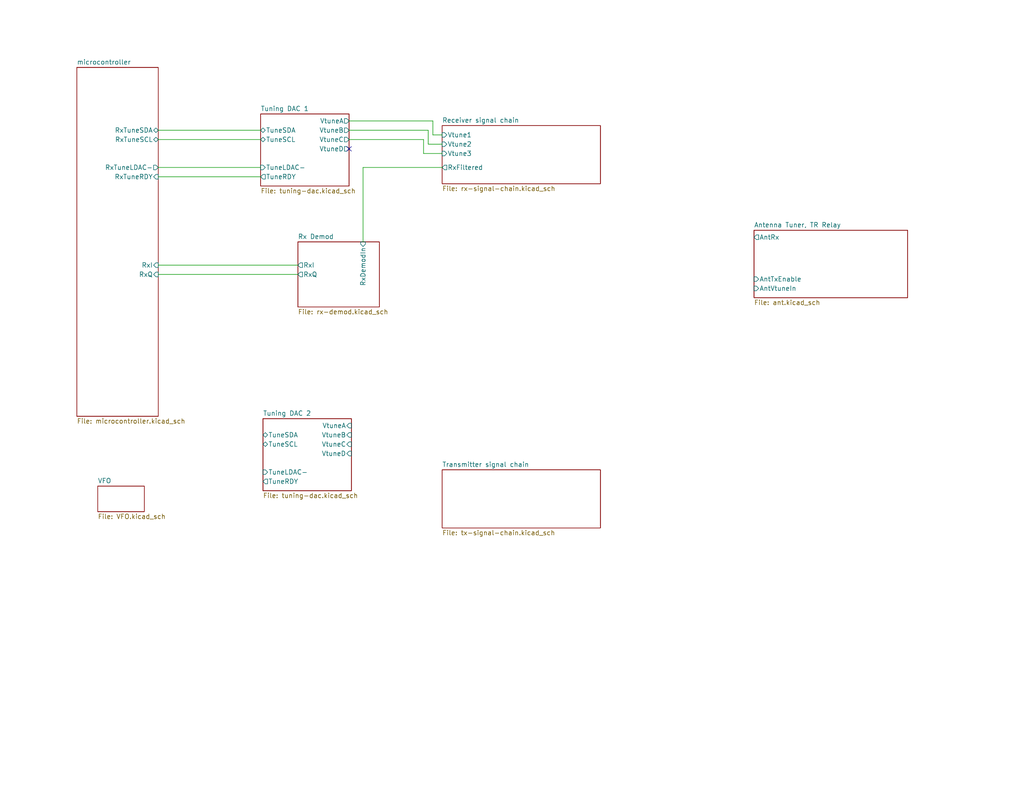
<source format=kicad_sch>
(kicad_sch
	(version 20250114)
	(generator "eeschema")
	(generator_version "9.0")
	(uuid "8ae46c04-d01a-4756-8774-512b694bfaff")
	(paper "A")
	(title_block
		(title "USB SSB Transciever overview")
		(date "2025-03-23")
		(company "SoftShack")
		(comment 1 "Alan Mimms")
		(comment 2 "WB7NAB")
	)
	(lib_symbols)
	(no_connect
		(at 95.25 40.64)
		(uuid "a942de92-22be-44ef-a628-06cd1e900422")
	)
	(wire
		(pts
			(xy 43.18 45.72) (xy 71.12 45.72)
		)
		(stroke
			(width 0)
			(type default)
		)
		(uuid "0b4c3978-b69b-4c1b-b8f2-056bb8ee12b8")
	)
	(wire
		(pts
			(xy 99.06 66.04) (xy 99.06 45.72)
		)
		(stroke
			(width 0)
			(type default)
		)
		(uuid "159a8083-2a83-4b60-9f6b-9db00f7da717")
	)
	(wire
		(pts
			(xy 115.57 41.91) (xy 120.65 41.91)
		)
		(stroke
			(width 0)
			(type default)
		)
		(uuid "1afdef3e-9a7b-4142-bfce-651789c8a5b6")
	)
	(wire
		(pts
			(xy 43.18 48.26) (xy 71.12 48.26)
		)
		(stroke
			(width 0)
			(type default)
		)
		(uuid "39a428b9-f74a-43ad-8659-739a1e6112b3")
	)
	(wire
		(pts
			(xy 43.18 72.39) (xy 81.28 72.39)
		)
		(stroke
			(width 0)
			(type default)
		)
		(uuid "4a066c58-ff89-4c97-9426-65a63ea97bfb")
	)
	(wire
		(pts
			(xy 95.25 35.56) (xy 116.84 35.56)
		)
		(stroke
			(width 0)
			(type default)
		)
		(uuid "53c6ef29-1795-4e74-b830-9f4a59e307f7")
	)
	(wire
		(pts
			(xy 116.84 35.56) (xy 116.84 39.37)
		)
		(stroke
			(width 0)
			(type default)
		)
		(uuid "718c34ba-7fa6-4d84-9c26-609234260d08")
	)
	(wire
		(pts
			(xy 118.11 36.83) (xy 120.65 36.83)
		)
		(stroke
			(width 0)
			(type default)
		)
		(uuid "75a84597-26bf-444b-b5a2-42be5cb6c7b9")
	)
	(wire
		(pts
			(xy 43.18 38.1) (xy 71.12 38.1)
		)
		(stroke
			(width 0)
			(type default)
		)
		(uuid "8a206fba-e0e8-47cf-98f1-4f1abfe4971e")
	)
	(wire
		(pts
			(xy 43.18 74.93) (xy 81.28 74.93)
		)
		(stroke
			(width 0)
			(type default)
		)
		(uuid "8fb34423-a65f-42fc-861e-ea674ac74f02")
	)
	(wire
		(pts
			(xy 99.06 45.72) (xy 120.65 45.72)
		)
		(stroke
			(width 0)
			(type default)
		)
		(uuid "a8275450-2865-4877-89a7-188d87caa791")
	)
	(wire
		(pts
			(xy 95.25 38.1) (xy 115.57 38.1)
		)
		(stroke
			(width 0)
			(type default)
		)
		(uuid "aa812ce3-b5c0-4885-bf60-ea786f04086c")
	)
	(wire
		(pts
			(xy 95.25 33.02) (xy 118.11 33.02)
		)
		(stroke
			(width 0)
			(type default)
		)
		(uuid "ae89751b-a7da-47d6-86e9-eb457730b07e")
	)
	(wire
		(pts
			(xy 115.57 38.1) (xy 115.57 41.91)
		)
		(stroke
			(width 0)
			(type default)
		)
		(uuid "e700d014-1b6d-41ae-9689-96e49b7af968")
	)
	(wire
		(pts
			(xy 118.11 33.02) (xy 118.11 36.83)
		)
		(stroke
			(width 0)
			(type default)
		)
		(uuid "f2428ce0-8ea5-435d-bcea-6b981ee79676")
	)
	(wire
		(pts
			(xy 116.84 39.37) (xy 120.65 39.37)
		)
		(stroke
			(width 0)
			(type default)
		)
		(uuid "f2b17ddb-4fd0-4da8-bd11-7e32eea3b194")
	)
	(wire
		(pts
			(xy 43.18 35.56) (xy 71.12 35.56)
		)
		(stroke
			(width 0)
			(type default)
		)
		(uuid "f383b2eb-2720-4aff-9c48-ef88f00c4f80")
	)
	(sheet
		(at 120.65 34.29)
		(size 43.18 15.875)
		(exclude_from_sim no)
		(in_bom yes)
		(on_board yes)
		(dnp no)
		(fields_autoplaced yes)
		(stroke
			(width 0.1524)
			(type solid)
		)
		(fill
			(color 0 0 0 0.0000)
		)
		(uuid "0ee31834-a2c3-474b-9f7c-c9b4f3cadb3f")
		(property "Sheetname" "Receiver signal chain"
			(at 120.65 33.5784 0)
			(effects
				(font
					(size 1.27 1.27)
				)
				(justify left bottom)
			)
		)
		(property "Sheetfile" "rx-signal-chain.kicad_sch"
			(at 120.65 50.7496 0)
			(effects
				(font
					(size 1.27 1.27)
				)
				(justify left top)
			)
		)
		(pin "Vtune3" input
			(at 120.65 41.91 180)
			(uuid "d2665a58-e997-495a-9d4d-e5d422c90f4c")
			(effects
				(font
					(size 1.27 1.27)
				)
				(justify left)
			)
		)
		(pin "Vtune2" input
			(at 120.65 39.37 180)
			(uuid "b7c6a7e5-6837-4ed4-a819-5895fa670f45")
			(effects
				(font
					(size 1.27 1.27)
				)
				(justify left)
			)
		)
		(pin "Vtune1" input
			(at 120.65 36.83 180)
			(uuid "3b7f9860-05d0-4a8b-abf4-47a280d351ff")
			(effects
				(font
					(size 1.27 1.27)
				)
				(justify left)
			)
		)
		(pin "RxFiltered" output
			(at 120.65 45.72 180)
			(uuid "f87a9aa0-3836-4b6d-802f-b2630f6b5c60")
			(effects
				(font
					(size 1.27 1.27)
				)
				(justify left)
			)
		)
		(instances
			(project "USB-SSB-txcvr"
				(path "/8ae46c04-d01a-4756-8774-512b694bfaff"
					(page "4")
				)
			)
		)
	)
	(sheet
		(at 205.74 62.865)
		(size 41.91 18.415)
		(exclude_from_sim no)
		(in_bom yes)
		(on_board yes)
		(dnp no)
		(fields_autoplaced yes)
		(stroke
			(width 0.1524)
			(type solid)
		)
		(fill
			(color 0 0 0 0.0000)
		)
		(uuid "1ffb1160-1891-4fab-821d-83a4f4ddba5b")
		(property "Sheetname" "Antenna Tuner, TR Relay"
			(at 205.74 62.1534 0)
			(effects
				(font
					(size 1.27 1.27)
				)
				(justify left bottom)
			)
		)
		(property "Sheetfile" "ant.kicad_sch"
			(at 205.74 81.8646 0)
			(effects
				(font
					(size 1.27 1.27)
				)
				(justify left top)
			)
		)
		(pin "AntVtuneIn" input
			(at 205.74 78.74 180)
			(uuid "00999e9f-98d1-4bcb-a0ba-ffdc7b4e3249")
			(effects
				(font
					(size 1.27 1.27)
				)
				(justify left)
			)
		)
		(pin "AntRx" output
			(at 205.74 64.77 180)
			(uuid "5fdd15f8-7aa7-4a92-b996-0a2e20c830f0")
			(effects
				(font
					(size 1.27 1.27)
				)
				(justify left)
			)
		)
		(pin "AntTxEnable" input
			(at 205.74 76.2 180)
			(uuid "870f5606-fd86-4cf1-922f-74ead6ee5bb4")
			(effects
				(font
					(size 1.27 1.27)
				)
				(justify left)
			)
		)
		(instances
			(project "USB-SSB-txcvr"
				(path "/8ae46c04-d01a-4756-8774-512b694bfaff"
					(page "6")
				)
			)
		)
	)
	(sheet
		(at 120.65 128.27)
		(size 43.18 15.875)
		(exclude_from_sim no)
		(in_bom yes)
		(on_board yes)
		(dnp no)
		(fields_autoplaced yes)
		(stroke
			(width 0.1524)
			(type solid)
		)
		(fill
			(color 0 0 0 0.0000)
		)
		(uuid "2406d03c-531b-4eaf-8b4b-4b266b9d0f2b")
		(property "Sheetname" "Transmitter signal chain"
			(at 120.65 127.5584 0)
			(effects
				(font
					(size 1.27 1.27)
				)
				(justify left bottom)
			)
		)
		(property "Sheetfile" "tx-signal-chain.kicad_sch"
			(at 120.65 144.7296 0)
			(effects
				(font
					(size 1.27 1.27)
				)
				(justify left top)
			)
		)
		(instances
			(project "USB-SSB-txcvr"
				(path "/8ae46c04-d01a-4756-8774-512b694bfaff"
					(page "5")
				)
			)
		)
	)
	(sheet
		(at 71.12 31.115)
		(size 24.13 19.685)
		(exclude_from_sim no)
		(in_bom yes)
		(on_board yes)
		(dnp no)
		(fields_autoplaced yes)
		(stroke
			(width 0.1524)
			(type solid)
		)
		(fill
			(color 0 0 0 0.0000)
		)
		(uuid "7524cfda-e705-452d-9e61-66a72b8681fc")
		(property "Sheetname" "Tuning DAC 1"
			(at 71.12 30.4034 0)
			(effects
				(font
					(size 1.27 1.27)
				)
				(justify left bottom)
			)
		)
		(property "Sheetfile" "tuning-dac.kicad_sch"
			(at 71.12 51.3846 0)
			(effects
				(font
					(size 1.27 1.27)
				)
				(justify left top)
			)
		)
		(pin "TuneRDY" output
			(at 71.12 48.26 180)
			(uuid "dd54bc20-f6f7-41d0-8473-e77789c566ee")
			(effects
				(font
					(size 1.27 1.27)
				)
				(justify left)
			)
		)
		(pin "VtuneC" output
			(at 95.25 38.1 0)
			(uuid "b51b75b3-6747-49fd-8101-4aeed757ccfe")
			(effects
				(font
					(size 1.27 1.27)
				)
				(justify right)
			)
		)
		(pin "TuneLDAC-" input
			(at 71.12 45.72 180)
			(uuid "995be4b7-a17a-4b6d-8d26-7287e93d049f")
			(effects
				(font
					(size 1.27 1.27)
				)
				(justify left)
			)
		)
		(pin "VtuneD" output
			(at 95.25 40.64 0)
			(uuid "672d19bc-cdf6-40d4-b5a9-c883e0ec0f24")
			(effects
				(font
					(size 1.27 1.27)
				)
				(justify right)
			)
		)
		(pin "VtuneA" output
			(at 95.25 33.02 0)
			(uuid "8f9945c9-19ae-4665-836e-52518e8d2cbf")
			(effects
				(font
					(size 1.27 1.27)
				)
				(justify right)
			)
		)
		(pin "TuneSDA" bidirectional
			(at 71.12 35.56 180)
			(uuid "3a9dfd5c-b3a0-4043-9edc-f0002e0c3956")
			(effects
				(font
					(size 1.27 1.27)
				)
				(justify left)
			)
		)
		(pin "TuneSCL" bidirectional
			(at 71.12 38.1 180)
			(uuid "7b59b8b6-c915-45e9-af43-f69f95568391")
			(effects
				(font
					(size 1.27 1.27)
				)
				(justify left)
			)
		)
		(pin "VtuneB" output
			(at 95.25 35.56 0)
			(uuid "8846c986-7187-4461-ba9a-742ef8d56ebc")
			(effects
				(font
					(size 1.27 1.27)
				)
				(justify right)
			)
		)
		(instances
			(project "USB-SSB-txcvr"
				(path "/8ae46c04-d01a-4756-8774-512b694bfaff"
					(page "7")
				)
			)
		)
	)
	(sheet
		(at 81.28 66.04)
		(size 22.225 17.78)
		(exclude_from_sim no)
		(in_bom yes)
		(on_board yes)
		(dnp no)
		(fields_autoplaced yes)
		(stroke
			(width 0.1524)
			(type solid)
		)
		(fill
			(color 0 0 0 0.0000)
		)
		(uuid "c13518bb-0e7c-473e-8559-6d3997e37ee0")
		(property "Sheetname" "Rx Demod"
			(at 81.28 65.3284 0)
			(effects
				(font
					(size 1.27 1.27)
				)
				(justify left bottom)
			)
		)
		(property "Sheetfile" "rx-demod.kicad_sch"
			(at 81.28 84.4046 0)
			(effects
				(font
					(size 1.27 1.27)
				)
				(justify left top)
			)
		)
		(pin "RxI" output
			(at 81.28 72.39 180)
			(uuid "6521c99b-84ed-4d45-b501-7abb464c43d2")
			(effects
				(font
					(size 1.27 1.27)
				)
				(justify left)
			)
		)
		(pin "RxQ" output
			(at 81.28 74.93 180)
			(uuid "b69a4743-e635-4348-9f1d-effe464bedd8")
			(effects
				(font
					(size 1.27 1.27)
				)
				(justify left)
			)
		)
		(pin "RxDemodIn" input
			(at 99.06 66.04 90)
			(uuid "437d5906-855f-4520-9d0b-d8921adbaf3b")
			(effects
				(font
					(size 1.27 1.27)
				)
				(justify right)
			)
		)
		(instances
			(project "USB-SSB-txcvr"
				(path "/8ae46c04-d01a-4756-8774-512b694bfaff"
					(page "9")
				)
			)
		)
	)
	(sheet
		(at 20.955 18.415)
		(size 22.225 95.25)
		(exclude_from_sim no)
		(in_bom yes)
		(on_board yes)
		(dnp no)
		(fields_autoplaced yes)
		(stroke
			(width 0.1524)
			(type solid)
		)
		(fill
			(color 0 0 0 0.0000)
		)
		(uuid "c32f5700-dc71-4705-afb9-ca83a93b0543")
		(property "Sheetname" "microcontroller"
			(at 20.955 17.7034 0)
			(effects
				(font
					(size 1.27 1.27)
				)
				(justify left bottom)
			)
		)
		(property "Sheetfile" "microcontroller.kicad_sch"
			(at 20.955 114.2496 0)
			(effects
				(font
					(size 1.27 1.27)
				)
				(justify left top)
			)
		)
		(pin "RxQ" input
			(at 43.18 74.93 0)
			(uuid "3d3b2a46-0d08-4959-a89c-6f645e56a8d8")
			(effects
				(font
					(size 1.27 1.27)
				)
				(justify right)
			)
		)
		(pin "RxTuneRDY" input
			(at 43.18 48.26 0)
			(uuid "60206b0a-94f6-453d-b57e-7f7337bd46b2")
			(effects
				(font
					(size 1.27 1.27)
				)
				(justify right)
			)
		)
		(pin "RxI" input
			(at 43.18 72.39 0)
			(uuid "4960b07a-7565-4795-96ae-281a97de3ce7")
			(effects
				(font
					(size 1.27 1.27)
				)
				(justify right)
			)
		)
		(pin "RxTuneSCL" bidirectional
			(at 43.18 38.1 0)
			(uuid "05355baa-c2e3-48b3-abdc-868672199b76")
			(effects
				(font
					(size 1.27 1.27)
				)
				(justify right)
			)
		)
		(pin "RxTuneLDAC-" output
			(at 43.18 45.72 0)
			(uuid "bde03363-777d-4d7c-96b3-cfe39976005f")
			(effects
				(font
					(size 1.27 1.27)
				)
				(justify right)
			)
		)
		(pin "RxTuneSDA" bidirectional
			(at 43.18 35.56 0)
			(uuid "928d05d3-81e4-43a1-ad8e-a142e413c5ab")
			(effects
				(font
					(size 1.27 1.27)
				)
				(justify right)
			)
		)
		(instances
			(project "USB-SSB-txcvr"
				(path "/8ae46c04-d01a-4756-8774-512b694bfaff"
					(page "2")
				)
			)
		)
	)
	(sheet
		(at 26.67 132.715)
		(size 12.7 6.985)
		(exclude_from_sim no)
		(in_bom yes)
		(on_board yes)
		(dnp no)
		(fields_autoplaced yes)
		(stroke
			(width 0.1524)
			(type solid)
		)
		(fill
			(color 0 0 0 0.0000)
		)
		(uuid "dab9d1f1-a255-4db5-bc55-08fa1f9f2738")
		(property "Sheetname" "VFO"
			(at 26.67 132.0034 0)
			(effects
				(font
					(size 1.27 1.27)
				)
				(justify left bottom)
			)
		)
		(property "Sheetfile" "VFO.kicad_sch"
			(at 26.67 140.2846 0)
			(effects
				(font
					(size 1.27 1.27)
				)
				(justify left top)
			)
		)
		(instances
			(project "USB-SSB-txcvr"
				(path "/8ae46c04-d01a-4756-8774-512b694bfaff"
					(page "3")
				)
			)
		)
	)
	(sheet
		(at 71.755 114.3)
		(size 24.13 19.685)
		(exclude_from_sim no)
		(in_bom yes)
		(on_board yes)
		(dnp no)
		(fields_autoplaced yes)
		(stroke
			(width 0.1524)
			(type solid)
		)
		(fill
			(color 0 0 0 0.0000)
		)
		(uuid "e8a2384d-df7d-4975-be8d-24327b6dea81")
		(property "Sheetname" "Tuning DAC 2"
			(at 71.755 113.5884 0)
			(effects
				(font
					(size 1.27 1.27)
				)
				(justify left bottom)
			)
		)
		(property "Sheetfile" "tuning-dac.kicad_sch"
			(at 71.755 134.5696 0)
			(effects
				(font
					(size 1.27 1.27)
				)
				(justify left top)
			)
		)
		(pin "TuneRDY" output
			(at 71.755 131.445 180)
			(uuid "5f8b8e60-70c3-42a1-9118-759fbcee4fdc")
			(effects
				(font
					(size 1.27 1.27)
				)
				(justify left)
			)
		)
		(pin "VtuneC" input
			(at 95.885 121.285 0)
			(uuid "64209412-c3b1-4922-b300-3cd90679e8c3")
			(effects
				(font
					(size 1.27 1.27)
				)
				(justify right)
			)
		)
		(pin "TuneLDAC-" input
			(at 71.755 128.905 180)
			(uuid "64005285-7357-4dfc-bcf0-baca2a5e7a5e")
			(effects
				(font
					(size 1.27 1.27)
				)
				(justify left)
			)
		)
		(pin "VtuneD" input
			(at 95.885 123.825 0)
			(uuid "6cb7dc79-a54b-45a0-bd6f-aa63615da3fc")
			(effects
				(font
					(size 1.27 1.27)
				)
				(justify right)
			)
		)
		(pin "VtuneA" input
			(at 95.885 116.205 0)
			(uuid "baedf416-6e0d-4cfa-949c-6f0f5388b8d3")
			(effects
				(font
					(size 1.27 1.27)
				)
				(justify right)
			)
		)
		(pin "TuneSDA" bidirectional
			(at 71.755 118.745 180)
			(uuid "acca4da1-92ba-404c-8a4e-8f764aa357e8")
			(effects
				(font
					(size 1.27 1.27)
				)
				(justify left)
			)
		)
		(pin "TuneSCL" bidirectional
			(at 71.755 121.285 180)
			(uuid "74e4c8d2-e33f-4273-8452-0cce4594dac4")
			(effects
				(font
					(size 1.27 1.27)
				)
				(justify left)
			)
		)
		(pin "VtuneB" input
			(at 95.885 118.745 0)
			(uuid "b965800d-79d9-49fa-a2d8-99cc3e166aac")
			(effects
				(font
					(size 1.27 1.27)
				)
				(justify right)
			)
		)
		(instances
			(project "USB-SSB-txcvr"
				(path "/8ae46c04-d01a-4756-8774-512b694bfaff"
					(page "8")
				)
			)
		)
	)
	(sheet_instances
		(path "/"
			(page "1")
		)
	)
	(embedded_fonts no)
)

</source>
